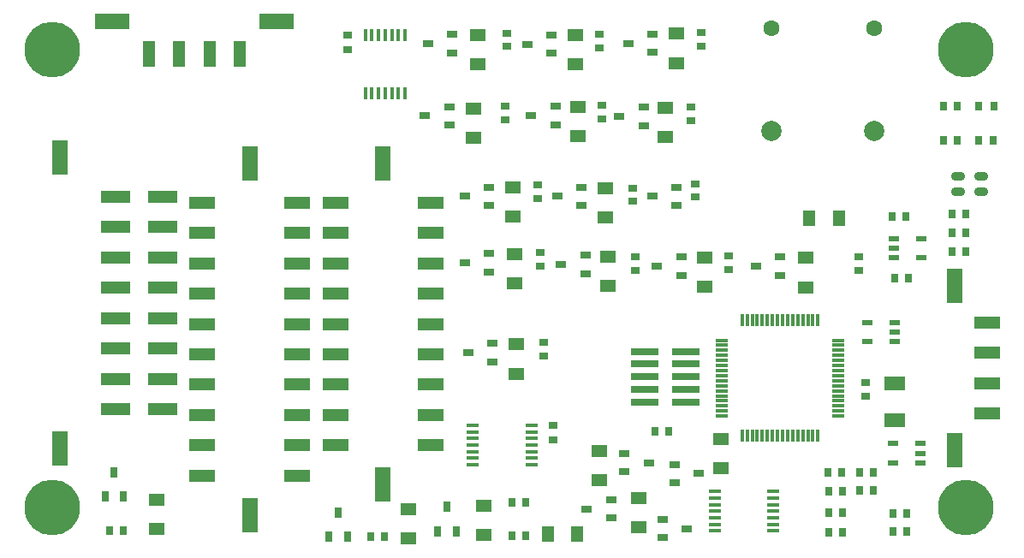
<source format=gbr>
G04 Layer_Color=255*
%FSLAX44Y44*%
%MOMM*%
%TF.FileFunction,Pads,Top*%
%TF.Part,Single*%
G01*
G75*
%TA.AperFunction,SMDPad,CuDef*%
%ADD10R,1.6500X3.4300*%
%ADD11R,2.9200X1.2700*%
%ADD12R,2.5400X1.2700*%
%ADD13R,0.8000X0.9500*%
%ADD14R,1.6000X1.2000*%
%ADD15R,1.2000X1.6000*%
%ADD16R,0.6500X1.0000*%
%ADD17R,0.9500X0.8000*%
%ADD18R,0.3600X1.2600*%
%ADD19R,1.0000X0.6500*%
%ADD20O,1.4000X0.9000*%
%ADD21R,1.2000X0.3000*%
%ADD22R,0.3000X1.2000*%
%ADD23R,2.1500X1.4500*%
%ADD24R,0.7500X0.9500*%
%ADD25R,3.4300X1.6500*%
%ADD26R,1.2700X2.5400*%
%ADD27R,1.2600X0.3600*%
%ADD28R,1.0000X0.6000*%
%ADD29R,1.6500X3.4300*%
%ADD30R,2.8000X0.7500*%
%ADD31R,0.9500X0.7500*%
%TA.AperFunction,ComponentPad*%
%ADD35C,2.0000*%
%ADD36C,1.6000*%
%TA.AperFunction,ViaPad*%
%ADD37C,5.5000*%
D10*
X307850Y358700D02*
D03*
Y646600D02*
D03*
X626950Y640850D02*
D03*
Y322950D02*
D03*
X495200Y640850D02*
D03*
Y292950D02*
D03*
D11*
X362650Y397650D02*
D03*
Y427650D02*
D03*
Y457650D02*
D03*
Y487650D02*
D03*
Y517650D02*
D03*
Y547650D02*
D03*
Y577650D02*
D03*
Y607650D02*
D03*
X408850Y397650D02*
D03*
Y427650D02*
D03*
Y457650D02*
D03*
Y487650D02*
D03*
Y517650D02*
D03*
Y547650D02*
D03*
Y577650D02*
D03*
Y607650D02*
D03*
D12*
X673950Y601900D02*
D03*
Y571900D02*
D03*
Y541900D02*
D03*
Y511900D02*
D03*
Y481900D02*
D03*
Y451900D02*
D03*
Y421900D02*
D03*
Y391900D02*
D03*
Y361900D02*
D03*
X579950Y601900D02*
D03*
Y571900D02*
D03*
Y541900D02*
D03*
Y511900D02*
D03*
Y481900D02*
D03*
Y451900D02*
D03*
Y421900D02*
D03*
Y391900D02*
D03*
Y361900D02*
D03*
X1224450Y393150D02*
D03*
Y423150D02*
D03*
Y453150D02*
D03*
Y483150D02*
D03*
X542200Y601900D02*
D03*
Y571900D02*
D03*
Y541900D02*
D03*
Y511900D02*
D03*
Y481900D02*
D03*
Y451900D02*
D03*
Y421900D02*
D03*
Y391900D02*
D03*
Y361900D02*
D03*
Y331900D02*
D03*
X448200Y601900D02*
D03*
Y571900D02*
D03*
Y541900D02*
D03*
Y511900D02*
D03*
Y481900D02*
D03*
Y451900D02*
D03*
Y421900D02*
D03*
Y391900D02*
D03*
Y361900D02*
D03*
Y331900D02*
D03*
D13*
X356500Y277250D02*
D03*
X370000D02*
D03*
X755000Y272250D02*
D03*
X768500D02*
D03*
Y305750D02*
D03*
X755000D02*
D03*
X909750Y375750D02*
D03*
X896250D02*
D03*
X628500Y271750D02*
D03*
X615000D02*
D03*
X1203000Y553250D02*
D03*
X1189500D02*
D03*
Y590750D02*
D03*
X1203000D02*
D03*
X1189500Y571750D02*
D03*
X1203000D02*
D03*
X1195000Y663250D02*
D03*
X1181500D02*
D03*
X1195250Y697000D02*
D03*
X1181750D02*
D03*
X1067000Y335250D02*
D03*
X1080500D02*
D03*
X1067750Y316250D02*
D03*
X1081250D02*
D03*
X1098750Y317250D02*
D03*
X1112250D02*
D03*
X1098500Y335250D02*
D03*
X1112000D02*
D03*
X1067750Y295000D02*
D03*
X1081250D02*
D03*
X1067750Y276000D02*
D03*
X1081250D02*
D03*
X1131500Y276750D02*
D03*
X1145000D02*
D03*
X1131500Y294750D02*
D03*
X1145000D02*
D03*
X1147000Y527500D02*
D03*
X1133500D02*
D03*
X1130750Y588250D02*
D03*
X1144250D02*
D03*
D14*
X726750Y302250D02*
D03*
Y273250D02*
D03*
X841250Y327000D02*
D03*
Y356000D02*
D03*
X652500Y269500D02*
D03*
Y298500D02*
D03*
X1045500Y518250D02*
D03*
Y547250D02*
D03*
X759000Y432750D02*
D03*
Y461750D02*
D03*
X945500Y518500D02*
D03*
Y547500D02*
D03*
X849750Y519250D02*
D03*
Y548250D02*
D03*
X757500Y521750D02*
D03*
Y550750D02*
D03*
X847000Y587250D02*
D03*
Y616250D02*
D03*
X755250Y588250D02*
D03*
Y617250D02*
D03*
X906500Y667000D02*
D03*
Y696000D02*
D03*
X819750Y667500D02*
D03*
Y696500D02*
D03*
X917250Y740000D02*
D03*
Y769000D02*
D03*
X817500Y738500D02*
D03*
Y767500D02*
D03*
X721000Y738500D02*
D03*
Y767500D02*
D03*
X716500Y666000D02*
D03*
Y695000D02*
D03*
X961500Y339250D02*
D03*
Y368250D02*
D03*
X880000Y280750D02*
D03*
Y309750D02*
D03*
X403500Y278750D02*
D03*
Y307750D02*
D03*
D15*
X790250Y274250D02*
D03*
X819250D02*
D03*
X1077750Y586250D02*
D03*
X1048750D02*
D03*
D16*
X573750Y271250D02*
D03*
X591750D02*
D03*
X582750Y295250D02*
D03*
X690250Y300750D02*
D03*
X699250Y276750D02*
D03*
X681250D02*
D03*
X352250Y311250D02*
D03*
X370250D02*
D03*
X361250Y335250D02*
D03*
D17*
X1097750Y535250D02*
D03*
Y548750D02*
D03*
X785750Y450500D02*
D03*
Y464000D02*
D03*
X969000Y536000D02*
D03*
Y549500D02*
D03*
X876750Y535000D02*
D03*
Y548500D02*
D03*
X782750Y538750D02*
D03*
Y552250D02*
D03*
X936250Y607250D02*
D03*
Y620750D02*
D03*
X874250Y603000D02*
D03*
Y616500D02*
D03*
X780000Y606000D02*
D03*
Y619500D02*
D03*
X931500Y683000D02*
D03*
Y696500D02*
D03*
X843250Y698000D02*
D03*
Y684500D02*
D03*
X941750Y756500D02*
D03*
Y770000D02*
D03*
X841000Y755000D02*
D03*
Y768500D02*
D03*
X749500Y756250D02*
D03*
Y769750D02*
D03*
X747750Y683750D02*
D03*
Y697250D02*
D03*
X1104000Y424250D02*
D03*
Y410750D02*
D03*
D18*
X648750Y767750D02*
D03*
X642250D02*
D03*
X635750D02*
D03*
X629250D02*
D03*
X622750D02*
D03*
X616250D02*
D03*
X609750D02*
D03*
X648750Y709750D02*
D03*
X642250D02*
D03*
X635750D02*
D03*
X629250D02*
D03*
X622750D02*
D03*
X616250D02*
D03*
X609750D02*
D03*
D19*
X735250Y444500D02*
D03*
Y462500D02*
D03*
X711250Y453500D02*
D03*
X995750Y539000D02*
D03*
X1019750Y548000D02*
D03*
Y530000D02*
D03*
X922000D02*
D03*
Y548000D02*
D03*
X898000Y539000D02*
D03*
X803250Y540750D02*
D03*
X827250Y549750D02*
D03*
Y531750D02*
D03*
X731750Y533500D02*
D03*
Y551500D02*
D03*
X707750Y542500D02*
D03*
X893500Y608250D02*
D03*
X917500Y617250D02*
D03*
Y599250D02*
D03*
X707750Y608250D02*
D03*
X731750Y617250D02*
D03*
Y599250D02*
D03*
X884750Y678250D02*
D03*
Y696250D02*
D03*
X860750Y687250D02*
D03*
X773500Y688000D02*
D03*
X797500Y697000D02*
D03*
Y679000D02*
D03*
X893750Y750500D02*
D03*
Y768500D02*
D03*
X869750Y759500D02*
D03*
X769750Y758500D02*
D03*
X793750Y767500D02*
D03*
Y749500D02*
D03*
X695500Y750250D02*
D03*
Y768250D02*
D03*
X671500Y759250D02*
D03*
X668500Y687750D02*
D03*
X692500Y696750D02*
D03*
Y678750D02*
D03*
X828750Y299000D02*
D03*
X852750Y308000D02*
D03*
Y290000D02*
D03*
X915500Y342750D02*
D03*
Y324750D02*
D03*
X939500Y333750D02*
D03*
X927500Y279500D02*
D03*
X903500Y270500D02*
D03*
Y288500D02*
D03*
X889750Y344500D02*
D03*
X865750Y335500D02*
D03*
Y353500D02*
D03*
X823500Y599250D02*
D03*
Y617250D02*
D03*
X799500Y608250D02*
D03*
D20*
X1219000Y613000D02*
D03*
Y628000D02*
D03*
X1196000Y613000D02*
D03*
Y628000D02*
D03*
D21*
X1077000Y390750D02*
D03*
Y395750D02*
D03*
Y400750D02*
D03*
Y405750D02*
D03*
Y410750D02*
D03*
Y415750D02*
D03*
Y420750D02*
D03*
Y425750D02*
D03*
Y430750D02*
D03*
Y435750D02*
D03*
Y440750D02*
D03*
Y445750D02*
D03*
Y450750D02*
D03*
Y455750D02*
D03*
Y460750D02*
D03*
Y465750D02*
D03*
X962500D02*
D03*
Y460750D02*
D03*
Y455750D02*
D03*
Y450750D02*
D03*
Y445750D02*
D03*
Y440750D02*
D03*
Y435750D02*
D03*
Y430750D02*
D03*
Y425750D02*
D03*
Y420750D02*
D03*
Y415750D02*
D03*
Y410750D02*
D03*
Y405750D02*
D03*
Y400750D02*
D03*
Y395750D02*
D03*
Y390750D02*
D03*
D22*
X1057250Y485500D02*
D03*
X1052250D02*
D03*
X1047250D02*
D03*
X1042250D02*
D03*
X1037250D02*
D03*
X1032250D02*
D03*
X1027250D02*
D03*
X1022250D02*
D03*
X1017250D02*
D03*
X1012250D02*
D03*
X1007250D02*
D03*
X1002250D02*
D03*
X997250D02*
D03*
X992250D02*
D03*
X987250D02*
D03*
X982250D02*
D03*
Y371000D02*
D03*
X987250D02*
D03*
X992250D02*
D03*
X997250D02*
D03*
X1002250D02*
D03*
X1007250D02*
D03*
X1012250D02*
D03*
X1017250D02*
D03*
X1022250D02*
D03*
X1027250D02*
D03*
X1032250D02*
D03*
X1037250D02*
D03*
X1042250D02*
D03*
X1047250D02*
D03*
X1052250D02*
D03*
X1057250D02*
D03*
D23*
X1133500Y423250D02*
D03*
Y386250D02*
D03*
D24*
X1230750Y663250D02*
D03*
X1216250D02*
D03*
X1231000Y697000D02*
D03*
X1216500D02*
D03*
D25*
X522000Y781050D02*
D03*
X359300D02*
D03*
D26*
X395650Y749050D02*
D03*
X425650D02*
D03*
X455650D02*
D03*
X485650D02*
D03*
D27*
X1013250Y277250D02*
D03*
Y283750D02*
D03*
Y290250D02*
D03*
Y296750D02*
D03*
Y303250D02*
D03*
Y309750D02*
D03*
Y316250D02*
D03*
X955250Y277250D02*
D03*
Y283750D02*
D03*
Y290250D02*
D03*
Y296750D02*
D03*
Y303250D02*
D03*
Y309750D02*
D03*
Y316250D02*
D03*
X774000Y342500D02*
D03*
Y349000D02*
D03*
Y355500D02*
D03*
Y362000D02*
D03*
Y368500D02*
D03*
Y375000D02*
D03*
Y381500D02*
D03*
X716000Y342500D02*
D03*
Y349000D02*
D03*
Y355500D02*
D03*
Y362000D02*
D03*
Y368500D02*
D03*
Y375000D02*
D03*
Y381500D02*
D03*
D28*
X1131500Y344500D02*
D03*
Y363500D02*
D03*
X1158500D02*
D03*
Y354000D02*
D03*
Y344500D02*
D03*
X1106000Y464500D02*
D03*
Y483500D02*
D03*
X1133000D02*
D03*
Y474000D02*
D03*
Y464500D02*
D03*
X1132250Y566250D02*
D03*
Y556750D02*
D03*
Y547250D02*
D03*
X1159250D02*
D03*
Y566250D02*
D03*
D29*
X1192450Y519500D02*
D03*
Y356800D02*
D03*
D30*
X926750Y404751D02*
D03*
Y417251D02*
D03*
Y429751D02*
D03*
Y442251D02*
D03*
Y454751D02*
D03*
X885750Y404751D02*
D03*
Y417251D02*
D03*
Y429751D02*
D03*
Y442251D02*
D03*
Y454751D02*
D03*
D31*
X591750Y767750D02*
D03*
Y753250D02*
D03*
X795250Y381500D02*
D03*
Y367000D02*
D03*
D35*
X1112600Y672650D02*
D03*
X1011000D02*
D03*
D36*
X1112600Y774250D02*
D03*
X1011000D02*
D03*
D37*
X1203250Y300250D02*
D03*
Y753250D02*
D03*
X300000Y300250D02*
D03*
X300000Y753250D02*
D03*
%TF.MD5,3da33ac09103687d76e5a9ec42ea7abe*%
M02*

</source>
